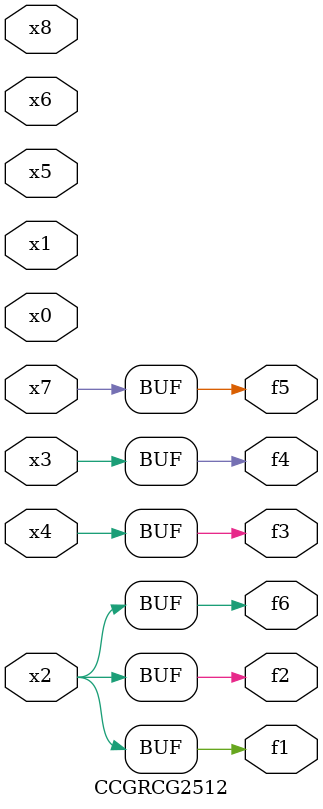
<source format=v>
module CCGRCG2512(
	input x0, x1, x2, x3, x4, x5, x6, x7, x8,
	output f1, f2, f3, f4, f5, f6
);
	assign f1 = x2;
	assign f2 = x2;
	assign f3 = x4;
	assign f4 = x3;
	assign f5 = x7;
	assign f6 = x2;
endmodule

</source>
